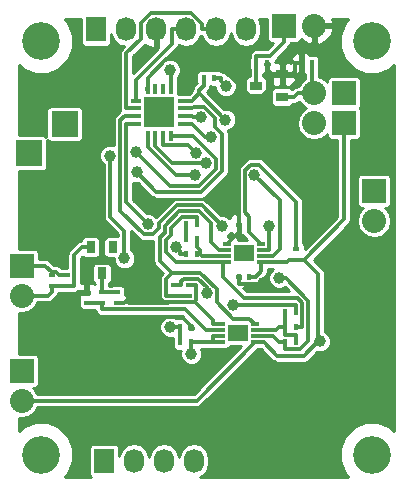
<source format=gbl>
%FSLAX34Y34*%
G04 Gerber Fmt 3.4, Leading zero omitted, Abs format*
G04 (created by PCBNEW (2014-04-07 BZR 4791)-product) date Tue 13 May 2014 05:19:37 PM CEST*
%MOIN*%
G01*
G70*
G90*
G04 APERTURE LIST*
%ADD10C,0.005906*%
%ADD11R,0.015700X0.023600*%
%ADD12R,0.023600X0.015700*%
%ADD13R,0.080000X0.080000*%
%ADD14O,0.080000X0.080000*%
%ADD15R,0.088000X0.088000*%
%ADD16R,0.068000X0.080000*%
%ADD17O,0.068000X0.080000*%
%ADD18C,0.126000*%
%ADD19R,0.035433X0.013780*%
%ADD20R,0.013780X0.035433*%
%ADD21R,0.098425X0.098425*%
%ADD22R,0.031500X0.039400*%
%ADD23R,0.029528X0.011811*%
%ADD24R,0.066929X0.055118*%
%ADD25R,0.039400X0.031500*%
%ADD26C,0.039370*%
%ADD27C,0.011811*%
%ADD28C,0.010000*%
G04 APERTURE END LIST*
G54D10*
G54D11*
X60088Y-34624D03*
X59734Y-34624D03*
G54D12*
X53500Y-34573D03*
X53500Y-34927D03*
G54D11*
X62177Y-27500D03*
X61823Y-27500D03*
G54D12*
X54000Y-34573D03*
X54000Y-34927D03*
G54D11*
X60323Y-27500D03*
X60677Y-27500D03*
G54D12*
X55673Y-35143D03*
X55673Y-35497D03*
G54D11*
X57787Y-36295D03*
X58141Y-36295D03*
G54D13*
X52500Y-34250D03*
G54D14*
X52500Y-35250D03*
G54D13*
X63250Y-29500D03*
G54D14*
X62250Y-29500D03*
G54D13*
X52500Y-37750D03*
G54D14*
X52500Y-38750D03*
G54D15*
X52750Y-30500D03*
G54D16*
X55250Y-40750D03*
G54D17*
X56250Y-40750D03*
X57250Y-40750D03*
X58250Y-40750D03*
G54D16*
X54980Y-26377D03*
G54D17*
X55980Y-26377D03*
X56980Y-26377D03*
X57980Y-26377D03*
X58980Y-26377D03*
X59980Y-26377D03*
G54D13*
X64250Y-31750D03*
G54D14*
X64250Y-32750D03*
G54D15*
X53937Y-29527D03*
G54D13*
X63250Y-28500D03*
G54D14*
X62250Y-28500D03*
G54D13*
X61250Y-26250D03*
G54D14*
X62250Y-26250D03*
G54D18*
X53149Y-26771D03*
X64173Y-40551D03*
X64173Y-26771D03*
X53149Y-40551D03*
G54D11*
X58927Y-28000D03*
X58573Y-28000D03*
G54D12*
X57576Y-34893D03*
X57576Y-35247D03*
X58076Y-35247D03*
X58076Y-34893D03*
X55173Y-35143D03*
X55173Y-35497D03*
X54673Y-35497D03*
X54673Y-35143D03*
G54D11*
X57787Y-36795D03*
X58141Y-36795D03*
X61287Y-36295D03*
X61641Y-36295D03*
X61287Y-35795D03*
X61641Y-35795D03*
X58338Y-33874D03*
X57984Y-33874D03*
X57984Y-33374D03*
X58338Y-33374D03*
X61287Y-36795D03*
X61641Y-36795D03*
X58338Y-32874D03*
X57984Y-32874D03*
G54D12*
X61661Y-34051D03*
X61661Y-33697D03*
G54D11*
X60088Y-32874D03*
X59734Y-32874D03*
G54D19*
X57874Y-29005D03*
X57874Y-29261D03*
X57874Y-28750D03*
X57874Y-29517D03*
G54D20*
X57214Y-29921D03*
X57470Y-29921D03*
X56958Y-29921D03*
X56702Y-29921D03*
G54D19*
X56299Y-29517D03*
X56299Y-29261D03*
X56299Y-29005D03*
X56299Y-28750D03*
G54D20*
X56702Y-28346D03*
X56958Y-28346D03*
X57214Y-28346D03*
X57470Y-28346D03*
G54D21*
X57086Y-29133D03*
G54D22*
X55173Y-34503D03*
X55548Y-33637D03*
X54798Y-33637D03*
G54D23*
X59143Y-36795D03*
X59143Y-36598D03*
X59143Y-36401D03*
X59143Y-36204D03*
X60285Y-36204D03*
X60285Y-36401D03*
X60285Y-36598D03*
X60285Y-36795D03*
G54D24*
X59714Y-36500D03*
G54D25*
X60317Y-28250D03*
X61183Y-28625D03*
X61183Y-27875D03*
G54D23*
X59340Y-34124D03*
X59340Y-33927D03*
X59340Y-33730D03*
X59340Y-33533D03*
X60482Y-33533D03*
X60482Y-33730D03*
X60482Y-33927D03*
X60482Y-34124D03*
G54D24*
X59911Y-33828D03*
G54D26*
X58668Y-35170D03*
X62438Y-36777D03*
X57442Y-27718D03*
X58644Y-30823D03*
X55927Y-34005D03*
X55459Y-30581D03*
X56332Y-31131D03*
X58281Y-31243D03*
X58468Y-29303D03*
X60261Y-31213D03*
X58820Y-29962D03*
X56325Y-30474D03*
X59288Y-29378D03*
X58303Y-30481D03*
X56721Y-32872D03*
X59180Y-32922D03*
X56263Y-35030D03*
X60555Y-34836D03*
X57639Y-33641D03*
X57440Y-36295D03*
X59302Y-28270D03*
X59557Y-35547D03*
X58159Y-37191D03*
X60760Y-32932D03*
X61079Y-34667D03*
G54D27*
X58330Y-38750D02*
X60285Y-36795D01*
X52500Y-38750D02*
X58330Y-38750D01*
X60285Y-36795D02*
X60563Y-36795D01*
X57576Y-34893D02*
X57824Y-34893D01*
X57824Y-34765D02*
X57824Y-34893D01*
X57904Y-34685D02*
X57824Y-34765D01*
X58389Y-34685D02*
X57904Y-34685D01*
X58668Y-34964D02*
X58389Y-34685D01*
X58668Y-35170D02*
X58668Y-34964D01*
X61661Y-34051D02*
X61413Y-34051D01*
X60088Y-34624D02*
X60296Y-34624D01*
X61340Y-34124D02*
X60482Y-34124D01*
X61413Y-34051D02*
X61340Y-34124D01*
X60482Y-34438D02*
X60296Y-34624D01*
X60482Y-34124D02*
X60482Y-34438D01*
X63250Y-32710D02*
X61909Y-34051D01*
X63250Y-29500D02*
X63250Y-32710D01*
X61661Y-34051D02*
X61909Y-34051D01*
X62387Y-34528D02*
X62387Y-36777D01*
X61909Y-34051D02*
X62387Y-34528D01*
X61020Y-37252D02*
X60563Y-36795D01*
X61912Y-37252D02*
X61020Y-37252D01*
X62387Y-36777D02*
X61912Y-37252D01*
X62387Y-36777D02*
X62438Y-36777D01*
X57470Y-27747D02*
X57442Y-27718D01*
X57470Y-28346D02*
X57470Y-27747D01*
X56958Y-29921D02*
X56958Y-30228D01*
X57510Y-30823D02*
X58644Y-30823D01*
X56958Y-30271D02*
X57510Y-30823D01*
X56958Y-30228D02*
X56958Y-30271D01*
X57874Y-29005D02*
X58181Y-29005D01*
X56987Y-31786D02*
X56332Y-31131D01*
X58483Y-31786D02*
X56987Y-31786D01*
X59175Y-31094D02*
X58483Y-31786D01*
X59175Y-29852D02*
X59175Y-31094D01*
X58961Y-29638D02*
X59175Y-29852D01*
X58961Y-29323D02*
X58961Y-29638D01*
X58587Y-28948D02*
X58961Y-29323D01*
X58238Y-28948D02*
X58587Y-28948D01*
X58181Y-29005D02*
X58238Y-28948D01*
X55927Y-33094D02*
X55927Y-34005D01*
X55459Y-32626D02*
X55927Y-33094D01*
X55459Y-30581D02*
X55459Y-32626D01*
X57659Y-31243D02*
X58281Y-31243D01*
X56702Y-30286D02*
X57659Y-31243D01*
X56702Y-29921D02*
X56702Y-30286D01*
X57874Y-29261D02*
X58181Y-29261D01*
X58222Y-29303D02*
X58468Y-29303D01*
X58181Y-29261D02*
X58222Y-29303D01*
X58510Y-26182D02*
X58510Y-26377D01*
X58158Y-25831D02*
X58510Y-26182D01*
X56800Y-25831D02*
X58158Y-25831D01*
X56480Y-26151D02*
X56800Y-25831D01*
X56480Y-26688D02*
X56480Y-26151D01*
X55992Y-27177D02*
X56480Y-26688D01*
X55992Y-29005D02*
X55992Y-27177D01*
X56299Y-29005D02*
X55992Y-29005D01*
X58980Y-26377D02*
X58510Y-26377D01*
X57510Y-26847D02*
X57510Y-26377D01*
X56299Y-28059D02*
X57510Y-26847D01*
X56299Y-28750D02*
X56299Y-28059D01*
X57980Y-26377D02*
X57510Y-26377D01*
X61114Y-32066D02*
X60261Y-31213D01*
X61114Y-33679D02*
X61114Y-32066D01*
X60867Y-33927D02*
X61114Y-33679D01*
X60482Y-33927D02*
X60867Y-33927D01*
X57874Y-29517D02*
X58181Y-29517D01*
X58626Y-29962D02*
X58820Y-29962D01*
X58181Y-29517D02*
X58626Y-29962D01*
X57440Y-31589D02*
X56325Y-30474D01*
X58405Y-31589D02*
X57440Y-31589D01*
X58977Y-31017D02*
X58405Y-31589D01*
X58977Y-30681D02*
X58977Y-31017D01*
X58217Y-29921D02*
X58977Y-30681D01*
X57470Y-29921D02*
X58217Y-29921D01*
X57874Y-28750D02*
X58181Y-28750D01*
X58181Y-28750D02*
X58420Y-28510D01*
X58420Y-28400D02*
X58572Y-28248D01*
X58420Y-28510D02*
X58420Y-28400D01*
X58572Y-28000D02*
X58572Y-28248D01*
X59288Y-29378D02*
X58420Y-28510D01*
X57214Y-29921D02*
X57214Y-30228D01*
X58050Y-30228D02*
X58303Y-30481D01*
X57214Y-30228D02*
X58050Y-30228D01*
X55992Y-32142D02*
X55992Y-29517D01*
X55992Y-32142D02*
X55992Y-32142D01*
X56721Y-32872D02*
X55992Y-32142D01*
X56299Y-29517D02*
X55992Y-29517D01*
X58499Y-32240D02*
X59180Y-32922D01*
X57684Y-32240D02*
X58499Y-32240D01*
X57090Y-32834D02*
X57684Y-32240D01*
X57090Y-32980D02*
X57090Y-32834D01*
X56868Y-33202D02*
X57090Y-32980D01*
X56577Y-33202D02*
X56868Y-33202D01*
X55794Y-32419D02*
X56577Y-33202D01*
X55794Y-29405D02*
X55794Y-32419D01*
X55938Y-29261D02*
X55794Y-29405D01*
X56299Y-29261D02*
X55938Y-29261D01*
X59340Y-33515D02*
X59340Y-33533D01*
X59734Y-33122D02*
X59340Y-33515D01*
X56702Y-28346D02*
X56702Y-28039D01*
X60728Y-27748D02*
X60677Y-27748D01*
X60855Y-27875D02*
X60728Y-27748D01*
X61182Y-27875D02*
X60855Y-27875D01*
X60677Y-27500D02*
X60677Y-27748D01*
X59734Y-32998D02*
X59734Y-33122D01*
X60855Y-28253D02*
X60855Y-27875D01*
X60306Y-28802D02*
X60855Y-28253D01*
X59734Y-32998D02*
X59734Y-32874D01*
X59734Y-29374D02*
X60306Y-28802D01*
X59734Y-32874D02*
X59734Y-29374D01*
X58141Y-36266D02*
X58141Y-36295D01*
X57833Y-35958D02*
X58141Y-36266D01*
X54750Y-35958D02*
X57833Y-35958D01*
X54425Y-35633D02*
X54750Y-35958D01*
X54425Y-35143D02*
X54425Y-35633D01*
X61182Y-27875D02*
X61510Y-27875D01*
X61614Y-27770D02*
X61510Y-27875D01*
X61614Y-27500D02*
X61614Y-27770D01*
X61822Y-27500D02*
X61614Y-27500D01*
X55673Y-35497D02*
X55921Y-35497D01*
X54673Y-35143D02*
X54425Y-35143D01*
X54673Y-34452D02*
X54673Y-35143D01*
X54949Y-34176D02*
X54673Y-34452D01*
X55410Y-34176D02*
X54949Y-34176D01*
X56263Y-35030D02*
X55410Y-34176D01*
X58875Y-27372D02*
X60306Y-28802D01*
X57326Y-27372D02*
X58875Y-27372D01*
X56702Y-27995D02*
X57326Y-27372D01*
X56702Y-28039D02*
X56702Y-27995D01*
X58076Y-34893D02*
X58324Y-34893D01*
X55921Y-35497D02*
X56263Y-35155D01*
X56263Y-35155D02*
X56263Y-35030D01*
X59143Y-36204D02*
X58866Y-36204D01*
X58866Y-36051D02*
X58270Y-35456D01*
X58866Y-36204D02*
X58866Y-36051D01*
X56564Y-35456D02*
X58270Y-35456D01*
X56263Y-35155D02*
X56564Y-35456D01*
X58324Y-35402D02*
X58324Y-34893D01*
X58270Y-35456D02*
X58324Y-35402D01*
X61822Y-27207D02*
X61822Y-27500D01*
X62250Y-26780D02*
X61822Y-27207D01*
X62250Y-26250D02*
X62250Y-26780D01*
X60519Y-34872D02*
X60555Y-34836D01*
X59734Y-34872D02*
X60519Y-34872D01*
X59734Y-34624D02*
X59734Y-34872D01*
X53500Y-34572D02*
X53500Y-34468D01*
X53647Y-34468D02*
X53751Y-34572D01*
X53500Y-34468D02*
X53647Y-34468D01*
X54000Y-34572D02*
X53751Y-34572D01*
X53281Y-34250D02*
X53500Y-34468D01*
X52500Y-34250D02*
X53281Y-34250D01*
X53500Y-34927D02*
X53748Y-34927D01*
X53385Y-35250D02*
X53500Y-35135D01*
X52500Y-35250D02*
X53385Y-35250D01*
X53500Y-34927D02*
X53500Y-35135D01*
X53748Y-34927D02*
X54000Y-34927D01*
X54248Y-33900D02*
X54510Y-33637D01*
X54248Y-34927D02*
X54248Y-33900D01*
X54000Y-34927D02*
X54248Y-34927D01*
X54798Y-33637D02*
X54510Y-33637D01*
X61594Y-28625D02*
X61719Y-28500D01*
X61182Y-28625D02*
X61594Y-28625D01*
X62250Y-28500D02*
X62093Y-28500D01*
X62093Y-28500D02*
X61719Y-28500D01*
X62177Y-28416D02*
X62177Y-27500D01*
X62093Y-28500D02*
X62177Y-28416D01*
X60317Y-28250D02*
X60317Y-27962D01*
X60322Y-27956D02*
X60322Y-27500D01*
X60317Y-27962D02*
X60322Y-27956D01*
X60778Y-27251D02*
X61250Y-26780D01*
X60322Y-27251D02*
X60778Y-27251D01*
X61250Y-26250D02*
X61250Y-26780D01*
X60322Y-27500D02*
X60322Y-27251D01*
X55173Y-34503D02*
X55173Y-35143D01*
X55173Y-35143D02*
X55673Y-35143D01*
X57787Y-36795D02*
X57787Y-36295D01*
X57775Y-33777D02*
X57639Y-33641D01*
X57775Y-33874D02*
X57775Y-33777D01*
X57984Y-33874D02*
X57775Y-33874D01*
X57787Y-36295D02*
X57579Y-36295D01*
X57579Y-36295D02*
X57440Y-36295D01*
X59135Y-28103D02*
X59302Y-28270D01*
X59135Y-28000D02*
X59135Y-28103D01*
X58927Y-28000D02*
X59135Y-28000D01*
X58076Y-35247D02*
X57828Y-35247D01*
X57576Y-35247D02*
X57828Y-35247D01*
X59340Y-33730D02*
X59062Y-33730D01*
X57576Y-35247D02*
X57328Y-35247D01*
X58461Y-34490D02*
X57517Y-34490D01*
X58995Y-35023D02*
X58461Y-34490D01*
X58995Y-35447D02*
X58995Y-35023D01*
X59559Y-36011D02*
X58995Y-35447D01*
X60092Y-36011D02*
X59559Y-36011D01*
X60285Y-36204D02*
X60092Y-36011D01*
X57328Y-34679D02*
X57328Y-35247D01*
X57517Y-34490D02*
X57328Y-34679D01*
X58797Y-33465D02*
X59062Y-33730D01*
X58797Y-32814D02*
X58797Y-33465D01*
X58417Y-32434D02*
X58797Y-32814D01*
X57761Y-32434D02*
X58417Y-32434D01*
X57279Y-32916D02*
X57761Y-32434D01*
X57279Y-33146D02*
X57279Y-32916D01*
X57118Y-33307D02*
X57279Y-33146D01*
X57118Y-34090D02*
X57118Y-33307D01*
X57517Y-34490D02*
X57118Y-34090D01*
X55173Y-35497D02*
X54925Y-35497D01*
X54673Y-35497D02*
X54925Y-35497D01*
X55173Y-35497D02*
X55173Y-35706D01*
X58629Y-36401D02*
X59143Y-36401D01*
X57934Y-35706D02*
X58629Y-36401D01*
X55173Y-35706D02*
X57934Y-35706D01*
X58866Y-36598D02*
X58866Y-36795D01*
X59143Y-36598D02*
X58866Y-36598D01*
X59143Y-36795D02*
X58866Y-36795D01*
X58866Y-36795D02*
X58141Y-36795D01*
X58141Y-37174D02*
X58159Y-37191D01*
X58141Y-36795D02*
X58141Y-37174D01*
X61641Y-35795D02*
X61641Y-35547D01*
X61641Y-35547D02*
X59557Y-35547D01*
X61287Y-35795D02*
X61287Y-36047D01*
X61287Y-36171D02*
X61287Y-36047D01*
X61287Y-36171D02*
X61287Y-36295D01*
X60972Y-36401D02*
X61079Y-36295D01*
X60285Y-36401D02*
X60972Y-36401D01*
X61287Y-36295D02*
X61079Y-36295D01*
X61291Y-36547D02*
X61287Y-36543D01*
X61641Y-36547D02*
X61291Y-36547D01*
X61641Y-36795D02*
X61641Y-36547D01*
X61287Y-36295D02*
X61287Y-36543D01*
X59340Y-34124D02*
X59201Y-34124D01*
X61641Y-36295D02*
X61850Y-36295D01*
X58338Y-32874D02*
X58338Y-32625D01*
X57845Y-32625D02*
X58338Y-32625D01*
X57468Y-33003D02*
X57845Y-32625D01*
X57468Y-33224D02*
X57468Y-33003D01*
X57307Y-33385D02*
X57468Y-33224D01*
X57307Y-33794D02*
X57307Y-33385D01*
X57637Y-34124D02*
X57307Y-33794D01*
X59201Y-34124D02*
X57637Y-34124D01*
X61850Y-35486D02*
X61850Y-36295D01*
X61695Y-35332D02*
X61850Y-35486D01*
X59922Y-35332D02*
X61695Y-35332D01*
X59201Y-34611D02*
X59922Y-35332D01*
X59201Y-34124D02*
X59201Y-34611D01*
X58338Y-33874D02*
X58442Y-33874D01*
X58338Y-33374D02*
X58338Y-33622D01*
X58442Y-33726D02*
X58338Y-33622D01*
X58442Y-33874D02*
X58442Y-33726D01*
X58495Y-33927D02*
X58442Y-33874D01*
X59340Y-33927D02*
X58495Y-33927D01*
X57984Y-33374D02*
X57984Y-32874D01*
X60882Y-36598D02*
X60285Y-36598D01*
X61079Y-36795D02*
X60882Y-36598D01*
X61287Y-36795D02*
X61079Y-36795D01*
X60482Y-33730D02*
X60759Y-33730D01*
X61287Y-36795D02*
X61287Y-37043D01*
X60759Y-32932D02*
X60760Y-32932D01*
X60759Y-33730D02*
X60759Y-32932D01*
X61781Y-37043D02*
X61287Y-37043D01*
X62059Y-36765D02*
X61781Y-37043D01*
X62059Y-35420D02*
X62059Y-36765D01*
X61306Y-34667D02*
X62059Y-35420D01*
X61079Y-34667D02*
X61306Y-34667D01*
X60088Y-33139D02*
X60088Y-32874D01*
X60482Y-33533D02*
X60088Y-33139D01*
X61661Y-33697D02*
X61661Y-33488D01*
X60088Y-32874D02*
X60088Y-32625D01*
X59934Y-32472D02*
X60088Y-32625D01*
X59934Y-31077D02*
X59934Y-32472D01*
X60131Y-30880D02*
X59934Y-31077D01*
X60403Y-30880D02*
X60131Y-30880D01*
X61661Y-32138D02*
X60403Y-30880D01*
X61661Y-33488D02*
X61661Y-32138D01*
G54D10*
G36*
X56721Y-28404D02*
X56668Y-28404D01*
X56668Y-28396D01*
X56644Y-28396D01*
X56644Y-28296D01*
X56668Y-28296D01*
X56668Y-28288D01*
X56721Y-28288D01*
X56721Y-28404D01*
X56721Y-28404D01*
G37*
G54D28*
X56721Y-28404D02*
X56668Y-28404D01*
X56668Y-28396D01*
X56644Y-28396D01*
X56644Y-28296D01*
X56668Y-28296D01*
X56668Y-28288D01*
X56721Y-28288D01*
X56721Y-28404D01*
G54D10*
G36*
X57058Y-26978D02*
X56219Y-27817D01*
X56219Y-27271D01*
X56604Y-26886D01*
X56625Y-26909D01*
X56832Y-27009D01*
X56838Y-27010D01*
X56930Y-26963D01*
X56930Y-26427D01*
X56922Y-26427D01*
X56922Y-26327D01*
X56930Y-26327D01*
X56930Y-26320D01*
X57030Y-26320D01*
X57030Y-26327D01*
X57038Y-26327D01*
X57038Y-26427D01*
X57030Y-26427D01*
X57030Y-26963D01*
X57058Y-26978D01*
X57058Y-26978D01*
G37*
G54D28*
X57058Y-26978D02*
X56219Y-27817D01*
X56219Y-27271D01*
X56604Y-26886D01*
X56625Y-26909D01*
X56832Y-27009D01*
X56838Y-27010D01*
X56930Y-26963D01*
X56930Y-26427D01*
X56922Y-26427D01*
X56922Y-26327D01*
X56930Y-26327D01*
X56930Y-26320D01*
X57030Y-26320D01*
X57030Y-26327D01*
X57038Y-26327D01*
X57038Y-26427D01*
X57030Y-26427D01*
X57030Y-26963D01*
X57058Y-26978D01*
G54D10*
G36*
X57896Y-35990D02*
X57877Y-36009D01*
X57832Y-36009D01*
X57675Y-36009D01*
X57671Y-36010D01*
X57647Y-35986D01*
X57520Y-35933D01*
X57840Y-35933D01*
X57896Y-35990D01*
X57896Y-35990D01*
G37*
G54D28*
X57896Y-35990D02*
X57877Y-36009D01*
X57832Y-36009D01*
X57675Y-36009D01*
X57671Y-36010D01*
X57647Y-35986D01*
X57520Y-35933D01*
X57840Y-35933D01*
X57896Y-35990D01*
G54D10*
G36*
X58199Y-36345D02*
X58180Y-36345D01*
X58180Y-36353D01*
X58102Y-36353D01*
X58102Y-36345D01*
X58083Y-36345D01*
X58083Y-36245D01*
X58102Y-36245D01*
X58102Y-36237D01*
X58144Y-36237D01*
X58199Y-36292D01*
X58199Y-36345D01*
X58199Y-36345D01*
G37*
G54D28*
X58199Y-36345D02*
X58180Y-36345D01*
X58180Y-36353D01*
X58102Y-36353D01*
X58102Y-36345D01*
X58083Y-36345D01*
X58083Y-36245D01*
X58102Y-36245D01*
X58102Y-36237D01*
X58144Y-36237D01*
X58199Y-36292D01*
X58199Y-36345D01*
G54D10*
G36*
X59792Y-34674D02*
X59773Y-34674D01*
X59773Y-34681D01*
X59695Y-34681D01*
X59695Y-34674D01*
X59676Y-34674D01*
X59676Y-34574D01*
X59695Y-34574D01*
X59695Y-34566D01*
X59773Y-34566D01*
X59773Y-34574D01*
X59792Y-34574D01*
X59792Y-34674D01*
X59792Y-34674D01*
G37*
G54D28*
X59792Y-34674D02*
X59773Y-34674D01*
X59773Y-34681D01*
X59695Y-34681D01*
X59695Y-34674D01*
X59676Y-34674D01*
X59676Y-34574D01*
X59695Y-34574D01*
X59695Y-34566D01*
X59773Y-34566D01*
X59773Y-34574D01*
X59792Y-34574D01*
X59792Y-34674D01*
G54D10*
G36*
X59815Y-36943D02*
X58236Y-38522D01*
X53025Y-38522D01*
X53024Y-38521D01*
X52901Y-38337D01*
X52873Y-38318D01*
X52933Y-38318D01*
X52995Y-38292D01*
X53042Y-38245D01*
X53068Y-38183D01*
X53068Y-38116D01*
X53068Y-37316D01*
X53042Y-37254D01*
X52995Y-37207D01*
X52933Y-37181D01*
X52866Y-37181D01*
X52412Y-37181D01*
X52412Y-35811D01*
X52500Y-35829D01*
X52717Y-35785D01*
X52901Y-35662D01*
X53024Y-35478D01*
X53025Y-35477D01*
X53385Y-35477D01*
X53385Y-35477D01*
X53385Y-35477D01*
X53472Y-35459D01*
X53546Y-35410D01*
X53660Y-35296D01*
X53709Y-35222D01*
X53723Y-35154D01*
X53723Y-35154D01*
X53748Y-35154D01*
X53801Y-35154D01*
X53848Y-35173D01*
X53915Y-35173D01*
X54151Y-35173D01*
X54198Y-35154D01*
X54248Y-35154D01*
X54334Y-35136D01*
X54383Y-35104D01*
X54623Y-35104D01*
X54623Y-34877D01*
X54560Y-34815D01*
X54505Y-34815D01*
X54475Y-34827D01*
X54475Y-33994D01*
X54518Y-33950D01*
X54545Y-33977D01*
X54607Y-34002D01*
X54674Y-34002D01*
X54989Y-34002D01*
X55050Y-33977D01*
X55098Y-33930D01*
X55123Y-33868D01*
X55123Y-33801D01*
X55123Y-33407D01*
X55098Y-33345D01*
X55050Y-33298D01*
X54989Y-33272D01*
X54922Y-33272D01*
X54607Y-33272D01*
X54545Y-33298D01*
X54498Y-33345D01*
X54472Y-33407D01*
X54472Y-33418D01*
X54423Y-33428D01*
X54350Y-33477D01*
X54350Y-33477D01*
X54087Y-33739D01*
X54038Y-33813D01*
X54020Y-33900D01*
X54020Y-33900D01*
X54020Y-34326D01*
X53848Y-34326D01*
X53833Y-34332D01*
X53808Y-34308D01*
X53734Y-34258D01*
X53647Y-34241D01*
X53647Y-34241D01*
X53594Y-34241D01*
X53441Y-34089D01*
X53368Y-34040D01*
X53281Y-34022D01*
X53281Y-34022D01*
X53068Y-34022D01*
X53068Y-33816D01*
X53042Y-33754D01*
X52995Y-33707D01*
X52933Y-33681D01*
X52866Y-33681D01*
X52412Y-33681D01*
X52412Y-31108D01*
X53223Y-31108D01*
X53285Y-31082D01*
X53332Y-31035D01*
X53358Y-30973D01*
X53358Y-30906D01*
X53358Y-30066D01*
X53401Y-30110D01*
X53463Y-30135D01*
X53530Y-30135D01*
X54410Y-30135D01*
X54472Y-30110D01*
X54519Y-30062D01*
X54545Y-30000D01*
X54545Y-29934D01*
X54545Y-29054D01*
X54519Y-28992D01*
X54472Y-28945D01*
X54410Y-28919D01*
X54343Y-28919D01*
X53463Y-28919D01*
X53401Y-28945D01*
X53354Y-28992D01*
X53328Y-29054D01*
X53328Y-29120D01*
X53328Y-29961D01*
X53285Y-29917D01*
X53223Y-29891D01*
X53156Y-29891D01*
X52412Y-29891D01*
X52412Y-27553D01*
X52540Y-27681D01*
X52935Y-27845D01*
X53362Y-27845D01*
X53757Y-27682D01*
X54059Y-27380D01*
X54223Y-26986D01*
X54223Y-26558D01*
X54060Y-26164D01*
X53931Y-26034D01*
X54472Y-26034D01*
X54472Y-26811D01*
X54497Y-26873D01*
X54545Y-26920D01*
X54606Y-26946D01*
X54673Y-26946D01*
X55353Y-26946D01*
X55415Y-26920D01*
X55462Y-26873D01*
X55488Y-26811D01*
X55488Y-26744D01*
X55488Y-26530D01*
X55510Y-26643D01*
X55621Y-26808D01*
X55785Y-26918D01*
X55905Y-26942D01*
X55831Y-27016D01*
X55782Y-27090D01*
X55764Y-27177D01*
X55764Y-27177D01*
X55764Y-29005D01*
X55782Y-29092D01*
X55784Y-29096D01*
X55777Y-29101D01*
X55634Y-29244D01*
X55584Y-29318D01*
X55567Y-29405D01*
X55567Y-29405D01*
X55567Y-30231D01*
X55532Y-30216D01*
X55387Y-30216D01*
X55253Y-30271D01*
X55150Y-30374D01*
X55094Y-30508D01*
X55094Y-30653D01*
X55149Y-30787D01*
X55232Y-30870D01*
X55232Y-32626D01*
X55232Y-32626D01*
X55249Y-32713D01*
X55298Y-32787D01*
X55700Y-33188D01*
X55700Y-33272D01*
X55672Y-33272D01*
X55357Y-33272D01*
X55295Y-33298D01*
X55248Y-33345D01*
X55222Y-33407D01*
X55222Y-33474D01*
X55222Y-33868D01*
X55248Y-33930D01*
X55295Y-33977D01*
X55357Y-34002D01*
X55424Y-34002D01*
X55562Y-34002D01*
X55562Y-34077D01*
X55618Y-34211D01*
X55720Y-34314D01*
X55854Y-34370D01*
X55999Y-34370D01*
X56134Y-34314D01*
X56236Y-34212D01*
X56292Y-34078D01*
X56292Y-33933D01*
X56237Y-33798D01*
X56154Y-33716D01*
X56154Y-33101D01*
X56416Y-33363D01*
X56416Y-33363D01*
X56461Y-33392D01*
X56490Y-33412D01*
X56490Y-33412D01*
X56577Y-33429D01*
X56868Y-33429D01*
X56868Y-33429D01*
X56868Y-33429D01*
X56891Y-33425D01*
X56891Y-34090D01*
X56891Y-34090D01*
X56908Y-34177D01*
X56957Y-34251D01*
X57196Y-34490D01*
X57168Y-34518D01*
X57118Y-34592D01*
X57101Y-34679D01*
X57101Y-34679D01*
X57101Y-35247D01*
X57118Y-35334D01*
X57168Y-35408D01*
X57241Y-35457D01*
X57328Y-35475D01*
X57378Y-35475D01*
X57388Y-35479D01*
X56041Y-35479D01*
X56041Y-35447D01*
X55989Y-35447D01*
X56041Y-35396D01*
X56041Y-35369D01*
X56003Y-35277D01*
X55959Y-35233D01*
X55959Y-35188D01*
X55959Y-35031D01*
X55933Y-34970D01*
X55886Y-34922D01*
X55824Y-34897D01*
X55757Y-34897D01*
X55521Y-34897D01*
X55474Y-34916D01*
X55400Y-34916D01*
X55400Y-34853D01*
X55425Y-34843D01*
X55473Y-34796D01*
X55498Y-34734D01*
X55498Y-34667D01*
X55498Y-34273D01*
X55473Y-34211D01*
X55425Y-34164D01*
X55364Y-34138D01*
X55297Y-34138D01*
X54982Y-34138D01*
X54920Y-34164D01*
X54873Y-34211D01*
X54847Y-34273D01*
X54847Y-34340D01*
X54847Y-34734D01*
X54873Y-34796D01*
X54920Y-34843D01*
X54946Y-34853D01*
X54946Y-34866D01*
X54932Y-34853D01*
X54840Y-34815D01*
X54785Y-34815D01*
X54723Y-34877D01*
X54723Y-35104D01*
X54731Y-35104D01*
X54731Y-35183D01*
X54723Y-35183D01*
X54723Y-35201D01*
X54623Y-35201D01*
X54623Y-35183D01*
X54367Y-35183D01*
X54305Y-35245D01*
X54305Y-35272D01*
X54343Y-35363D01*
X54387Y-35407D01*
X54387Y-35452D01*
X54387Y-35609D01*
X54412Y-35671D01*
X54460Y-35718D01*
X54521Y-35744D01*
X54588Y-35744D01*
X54824Y-35744D01*
X54871Y-35725D01*
X54925Y-35725D01*
X54949Y-35725D01*
X54963Y-35793D01*
X55012Y-35867D01*
X55086Y-35916D01*
X55173Y-35933D01*
X57359Y-35933D01*
X57233Y-35985D01*
X57131Y-36088D01*
X57075Y-36222D01*
X57075Y-36367D01*
X57130Y-36501D01*
X57233Y-36604D01*
X57367Y-36660D01*
X57512Y-36660D01*
X57540Y-36648D01*
X57540Y-36710D01*
X57540Y-36946D01*
X57566Y-37008D01*
X57613Y-37055D01*
X57675Y-37081D01*
X57742Y-37081D01*
X57809Y-37081D01*
X57794Y-37118D01*
X57794Y-37264D01*
X57849Y-37398D01*
X57952Y-37500D01*
X58086Y-37556D01*
X58231Y-37556D01*
X58365Y-37501D01*
X58468Y-37398D01*
X58524Y-37264D01*
X58524Y-37119D01*
X58484Y-37022D01*
X58866Y-37022D01*
X58962Y-37022D01*
X59029Y-37022D01*
X59143Y-37022D01*
X59324Y-37022D01*
X59386Y-36996D01*
X59433Y-36949D01*
X59436Y-36943D01*
X59815Y-36943D01*
X59815Y-36943D01*
G37*
G54D28*
X59815Y-36943D02*
X58236Y-38522D01*
X53025Y-38522D01*
X53024Y-38521D01*
X52901Y-38337D01*
X52873Y-38318D01*
X52933Y-38318D01*
X52995Y-38292D01*
X53042Y-38245D01*
X53068Y-38183D01*
X53068Y-38116D01*
X53068Y-37316D01*
X53042Y-37254D01*
X52995Y-37207D01*
X52933Y-37181D01*
X52866Y-37181D01*
X52412Y-37181D01*
X52412Y-35811D01*
X52500Y-35829D01*
X52717Y-35785D01*
X52901Y-35662D01*
X53024Y-35478D01*
X53025Y-35477D01*
X53385Y-35477D01*
X53385Y-35477D01*
X53385Y-35477D01*
X53472Y-35459D01*
X53546Y-35410D01*
X53660Y-35296D01*
X53709Y-35222D01*
X53723Y-35154D01*
X53723Y-35154D01*
X53748Y-35154D01*
X53801Y-35154D01*
X53848Y-35173D01*
X53915Y-35173D01*
X54151Y-35173D01*
X54198Y-35154D01*
X54248Y-35154D01*
X54334Y-35136D01*
X54383Y-35104D01*
X54623Y-35104D01*
X54623Y-34877D01*
X54560Y-34815D01*
X54505Y-34815D01*
X54475Y-34827D01*
X54475Y-33994D01*
X54518Y-33950D01*
X54545Y-33977D01*
X54607Y-34002D01*
X54674Y-34002D01*
X54989Y-34002D01*
X55050Y-33977D01*
X55098Y-33930D01*
X55123Y-33868D01*
X55123Y-33801D01*
X55123Y-33407D01*
X55098Y-33345D01*
X55050Y-33298D01*
X54989Y-33272D01*
X54922Y-33272D01*
X54607Y-33272D01*
X54545Y-33298D01*
X54498Y-33345D01*
X54472Y-33407D01*
X54472Y-33418D01*
X54423Y-33428D01*
X54350Y-33477D01*
X54350Y-33477D01*
X54087Y-33739D01*
X54038Y-33813D01*
X54020Y-33900D01*
X54020Y-33900D01*
X54020Y-34326D01*
X53848Y-34326D01*
X53833Y-34332D01*
X53808Y-34308D01*
X53734Y-34258D01*
X53647Y-34241D01*
X53647Y-34241D01*
X53594Y-34241D01*
X53441Y-34089D01*
X53368Y-34040D01*
X53281Y-34022D01*
X53281Y-34022D01*
X53068Y-34022D01*
X53068Y-33816D01*
X53042Y-33754D01*
X52995Y-33707D01*
X52933Y-33681D01*
X52866Y-33681D01*
X52412Y-33681D01*
X52412Y-31108D01*
X53223Y-31108D01*
X53285Y-31082D01*
X53332Y-31035D01*
X53358Y-30973D01*
X53358Y-30906D01*
X53358Y-30066D01*
X53401Y-30110D01*
X53463Y-30135D01*
X53530Y-30135D01*
X54410Y-30135D01*
X54472Y-30110D01*
X54519Y-30062D01*
X54545Y-30000D01*
X54545Y-29934D01*
X54545Y-29054D01*
X54519Y-28992D01*
X54472Y-28945D01*
X54410Y-28919D01*
X54343Y-28919D01*
X53463Y-28919D01*
X53401Y-28945D01*
X53354Y-28992D01*
X53328Y-29054D01*
X53328Y-29120D01*
X53328Y-29961D01*
X53285Y-29917D01*
X53223Y-29891D01*
X53156Y-29891D01*
X52412Y-29891D01*
X52412Y-27553D01*
X52540Y-27681D01*
X52935Y-27845D01*
X53362Y-27845D01*
X53757Y-27682D01*
X54059Y-27380D01*
X54223Y-26986D01*
X54223Y-26558D01*
X54060Y-26164D01*
X53931Y-26034D01*
X54472Y-26034D01*
X54472Y-26811D01*
X54497Y-26873D01*
X54545Y-26920D01*
X54606Y-26946D01*
X54673Y-26946D01*
X55353Y-26946D01*
X55415Y-26920D01*
X55462Y-26873D01*
X55488Y-26811D01*
X55488Y-26744D01*
X55488Y-26530D01*
X55510Y-26643D01*
X55621Y-26808D01*
X55785Y-26918D01*
X55905Y-26942D01*
X55831Y-27016D01*
X55782Y-27090D01*
X55764Y-27177D01*
X55764Y-27177D01*
X55764Y-29005D01*
X55782Y-29092D01*
X55784Y-29096D01*
X55777Y-29101D01*
X55634Y-29244D01*
X55584Y-29318D01*
X55567Y-29405D01*
X55567Y-29405D01*
X55567Y-30231D01*
X55532Y-30216D01*
X55387Y-30216D01*
X55253Y-30271D01*
X55150Y-30374D01*
X55094Y-30508D01*
X55094Y-30653D01*
X55149Y-30787D01*
X55232Y-30870D01*
X55232Y-32626D01*
X55232Y-32626D01*
X55249Y-32713D01*
X55298Y-32787D01*
X55700Y-33188D01*
X55700Y-33272D01*
X55672Y-33272D01*
X55357Y-33272D01*
X55295Y-33298D01*
X55248Y-33345D01*
X55222Y-33407D01*
X55222Y-33474D01*
X55222Y-33868D01*
X55248Y-33930D01*
X55295Y-33977D01*
X55357Y-34002D01*
X55424Y-34002D01*
X55562Y-34002D01*
X55562Y-34077D01*
X55618Y-34211D01*
X55720Y-34314D01*
X55854Y-34370D01*
X55999Y-34370D01*
X56134Y-34314D01*
X56236Y-34212D01*
X56292Y-34078D01*
X56292Y-33933D01*
X56237Y-33798D01*
X56154Y-33716D01*
X56154Y-33101D01*
X56416Y-33363D01*
X56416Y-33363D01*
X56461Y-33392D01*
X56490Y-33412D01*
X56490Y-33412D01*
X56577Y-33429D01*
X56868Y-33429D01*
X56868Y-33429D01*
X56868Y-33429D01*
X56891Y-33425D01*
X56891Y-34090D01*
X56891Y-34090D01*
X56908Y-34177D01*
X56957Y-34251D01*
X57196Y-34490D01*
X57168Y-34518D01*
X57118Y-34592D01*
X57101Y-34679D01*
X57101Y-34679D01*
X57101Y-35247D01*
X57118Y-35334D01*
X57168Y-35408D01*
X57241Y-35457D01*
X57328Y-35475D01*
X57378Y-35475D01*
X57388Y-35479D01*
X56041Y-35479D01*
X56041Y-35447D01*
X55989Y-35447D01*
X56041Y-35396D01*
X56041Y-35369D01*
X56003Y-35277D01*
X55959Y-35233D01*
X55959Y-35188D01*
X55959Y-35031D01*
X55933Y-34970D01*
X55886Y-34922D01*
X55824Y-34897D01*
X55757Y-34897D01*
X55521Y-34897D01*
X55474Y-34916D01*
X55400Y-34916D01*
X55400Y-34853D01*
X55425Y-34843D01*
X55473Y-34796D01*
X55498Y-34734D01*
X55498Y-34667D01*
X55498Y-34273D01*
X55473Y-34211D01*
X55425Y-34164D01*
X55364Y-34138D01*
X55297Y-34138D01*
X54982Y-34138D01*
X54920Y-34164D01*
X54873Y-34211D01*
X54847Y-34273D01*
X54847Y-34340D01*
X54847Y-34734D01*
X54873Y-34796D01*
X54920Y-34843D01*
X54946Y-34853D01*
X54946Y-34866D01*
X54932Y-34853D01*
X54840Y-34815D01*
X54785Y-34815D01*
X54723Y-34877D01*
X54723Y-35104D01*
X54731Y-35104D01*
X54731Y-35183D01*
X54723Y-35183D01*
X54723Y-35201D01*
X54623Y-35201D01*
X54623Y-35183D01*
X54367Y-35183D01*
X54305Y-35245D01*
X54305Y-35272D01*
X54343Y-35363D01*
X54387Y-35407D01*
X54387Y-35452D01*
X54387Y-35609D01*
X54412Y-35671D01*
X54460Y-35718D01*
X54521Y-35744D01*
X54588Y-35744D01*
X54824Y-35744D01*
X54871Y-35725D01*
X54925Y-35725D01*
X54949Y-35725D01*
X54963Y-35793D01*
X55012Y-35867D01*
X55086Y-35916D01*
X55173Y-35933D01*
X57359Y-35933D01*
X57233Y-35985D01*
X57131Y-36088D01*
X57075Y-36222D01*
X57075Y-36367D01*
X57130Y-36501D01*
X57233Y-36604D01*
X57367Y-36660D01*
X57512Y-36660D01*
X57540Y-36648D01*
X57540Y-36710D01*
X57540Y-36946D01*
X57566Y-37008D01*
X57613Y-37055D01*
X57675Y-37081D01*
X57742Y-37081D01*
X57809Y-37081D01*
X57794Y-37118D01*
X57794Y-37264D01*
X57849Y-37398D01*
X57952Y-37500D01*
X58086Y-37556D01*
X58231Y-37556D01*
X58365Y-37501D01*
X58468Y-37398D01*
X58524Y-37264D01*
X58524Y-37119D01*
X58484Y-37022D01*
X58866Y-37022D01*
X58962Y-37022D01*
X59029Y-37022D01*
X59143Y-37022D01*
X59324Y-37022D01*
X59386Y-36996D01*
X59433Y-36949D01*
X59436Y-36943D01*
X59815Y-36943D01*
G54D10*
G36*
X60012Y-33385D02*
X59721Y-33385D01*
X59700Y-33332D01*
X59629Y-33262D01*
X59537Y-33224D01*
X59453Y-33224D01*
X59390Y-33286D01*
X59390Y-33228D01*
X59464Y-33154D01*
X59514Y-33203D01*
X59606Y-33242D01*
X59632Y-33242D01*
X59695Y-33179D01*
X59695Y-32924D01*
X59676Y-32924D01*
X59676Y-32824D01*
X59695Y-32824D01*
X59695Y-32816D01*
X59773Y-32816D01*
X59773Y-32824D01*
X59792Y-32824D01*
X59792Y-32924D01*
X59773Y-32924D01*
X59773Y-33179D01*
X59836Y-33242D01*
X59862Y-33242D01*
X59883Y-33233D01*
X59927Y-33300D01*
X60012Y-33385D01*
X60012Y-33385D01*
G37*
G54D28*
X60012Y-33385D02*
X59721Y-33385D01*
X59700Y-33332D01*
X59629Y-33262D01*
X59537Y-33224D01*
X59453Y-33224D01*
X59390Y-33286D01*
X59390Y-33228D01*
X59464Y-33154D01*
X59514Y-33203D01*
X59606Y-33242D01*
X59632Y-33242D01*
X59695Y-33179D01*
X59695Y-32924D01*
X59676Y-32924D01*
X59676Y-32824D01*
X59695Y-32824D01*
X59695Y-32816D01*
X59773Y-32816D01*
X59773Y-32824D01*
X59792Y-32824D01*
X59792Y-32924D01*
X59773Y-32924D01*
X59773Y-33179D01*
X59836Y-33242D01*
X59862Y-33242D01*
X59883Y-33233D01*
X59927Y-33300D01*
X60012Y-33385D01*
G54D10*
G36*
X61423Y-35105D02*
X60016Y-35105D01*
X59891Y-34980D01*
X59954Y-34953D01*
X59998Y-34910D01*
X60043Y-34910D01*
X60200Y-34910D01*
X60262Y-34884D01*
X60295Y-34851D01*
X60296Y-34851D01*
X60296Y-34851D01*
X60296Y-34851D01*
X60383Y-34833D01*
X60457Y-34784D01*
X60642Y-34599D01*
X60642Y-34599D01*
X60642Y-34599D01*
X60692Y-34525D01*
X60709Y-34438D01*
X60709Y-34351D01*
X60889Y-34351D01*
X60873Y-34357D01*
X60770Y-34460D01*
X60714Y-34594D01*
X60714Y-34739D01*
X60769Y-34873D01*
X60872Y-34976D01*
X61006Y-35032D01*
X61151Y-35032D01*
X61285Y-34977D01*
X61290Y-34972D01*
X61423Y-35105D01*
X61423Y-35105D01*
G37*
G54D28*
X61423Y-35105D02*
X60016Y-35105D01*
X59891Y-34980D01*
X59954Y-34953D01*
X59998Y-34910D01*
X60043Y-34910D01*
X60200Y-34910D01*
X60262Y-34884D01*
X60295Y-34851D01*
X60296Y-34851D01*
X60296Y-34851D01*
X60296Y-34851D01*
X60383Y-34833D01*
X60457Y-34784D01*
X60642Y-34599D01*
X60642Y-34599D01*
X60642Y-34599D01*
X60692Y-34525D01*
X60709Y-34438D01*
X60709Y-34351D01*
X60889Y-34351D01*
X60873Y-34357D01*
X60770Y-34460D01*
X60714Y-34594D01*
X60714Y-34739D01*
X60769Y-34873D01*
X60872Y-34976D01*
X61006Y-35032D01*
X61151Y-35032D01*
X61285Y-34977D01*
X61290Y-34972D01*
X61423Y-35105D01*
G54D10*
G36*
X64910Y-39769D02*
X64818Y-39676D01*
X64818Y-32761D01*
X64818Y-32738D01*
X64774Y-32521D01*
X64651Y-32337D01*
X64623Y-32318D01*
X64683Y-32318D01*
X64745Y-32292D01*
X64792Y-32245D01*
X64818Y-32183D01*
X64818Y-32116D01*
X64818Y-31316D01*
X64792Y-31254D01*
X64745Y-31207D01*
X64683Y-31181D01*
X64616Y-31181D01*
X63816Y-31181D01*
X63754Y-31207D01*
X63707Y-31254D01*
X63681Y-31316D01*
X63681Y-31383D01*
X63681Y-32183D01*
X63707Y-32245D01*
X63754Y-32292D01*
X63816Y-32318D01*
X63876Y-32318D01*
X63848Y-32337D01*
X63725Y-32521D01*
X63681Y-32738D01*
X63681Y-32761D01*
X63725Y-32978D01*
X63848Y-33162D01*
X64032Y-33285D01*
X64250Y-33329D01*
X64467Y-33285D01*
X64651Y-33162D01*
X64774Y-32978D01*
X64818Y-32761D01*
X64818Y-39676D01*
X64782Y-39641D01*
X64387Y-39477D01*
X63960Y-39476D01*
X63565Y-39640D01*
X63263Y-39942D01*
X63099Y-40336D01*
X63099Y-40763D01*
X63262Y-41158D01*
X63391Y-41288D01*
X58447Y-41288D01*
X58609Y-41180D01*
X58719Y-41015D01*
X58758Y-40821D01*
X58758Y-40678D01*
X58719Y-40484D01*
X58609Y-40319D01*
X58444Y-40209D01*
X58250Y-40170D01*
X58055Y-40209D01*
X57890Y-40319D01*
X57780Y-40484D01*
X57750Y-40638D01*
X57719Y-40484D01*
X57609Y-40319D01*
X57444Y-40209D01*
X57250Y-40170D01*
X57055Y-40209D01*
X56890Y-40319D01*
X56780Y-40484D01*
X56750Y-40638D01*
X56719Y-40484D01*
X56609Y-40319D01*
X56444Y-40209D01*
X56250Y-40170D01*
X56055Y-40209D01*
X55890Y-40319D01*
X55780Y-40484D01*
X55758Y-40597D01*
X55758Y-40316D01*
X55732Y-40254D01*
X55685Y-40207D01*
X55623Y-40181D01*
X55556Y-40181D01*
X54876Y-40181D01*
X54814Y-40207D01*
X54767Y-40254D01*
X54741Y-40316D01*
X54741Y-40383D01*
X54741Y-41183D01*
X54767Y-41245D01*
X54810Y-41288D01*
X53931Y-41288D01*
X54059Y-41160D01*
X54223Y-40765D01*
X54223Y-40338D01*
X54060Y-39943D01*
X53758Y-39641D01*
X53364Y-39477D01*
X52936Y-39476D01*
X52542Y-39640D01*
X52412Y-39769D01*
X52412Y-39311D01*
X52500Y-39329D01*
X52717Y-39285D01*
X52901Y-39162D01*
X53024Y-38978D01*
X53025Y-38977D01*
X58330Y-38977D01*
X58330Y-38977D01*
X58330Y-38977D01*
X58417Y-38959D01*
X58491Y-38910D01*
X60379Y-37022D01*
X60466Y-37022D01*
X60469Y-37022D01*
X60860Y-37413D01*
X60860Y-37413D01*
X60904Y-37443D01*
X60933Y-37462D01*
X60933Y-37462D01*
X61020Y-37480D01*
X61912Y-37480D01*
X61912Y-37480D01*
X61912Y-37480D01*
X61999Y-37462D01*
X62072Y-37413D01*
X62349Y-37136D01*
X62365Y-37142D01*
X62510Y-37142D01*
X62644Y-37087D01*
X62747Y-36984D01*
X62803Y-36850D01*
X62803Y-36705D01*
X62747Y-36571D01*
X62645Y-36468D01*
X62614Y-36455D01*
X62614Y-34528D01*
X62597Y-34441D01*
X62547Y-34368D01*
X62230Y-34051D01*
X63410Y-32871D01*
X63410Y-32871D01*
X63410Y-32871D01*
X63459Y-32797D01*
X63477Y-32710D01*
X63477Y-30068D01*
X63683Y-30068D01*
X63745Y-30042D01*
X63792Y-29995D01*
X63818Y-29933D01*
X63818Y-29866D01*
X63818Y-29066D01*
X63792Y-29004D01*
X63787Y-29000D01*
X63792Y-28995D01*
X63818Y-28933D01*
X63818Y-28866D01*
X63818Y-28066D01*
X63792Y-28004D01*
X63745Y-27957D01*
X63683Y-27931D01*
X63616Y-27931D01*
X62882Y-27931D01*
X62882Y-26400D01*
X62835Y-26300D01*
X62300Y-26300D01*
X62300Y-26835D01*
X62400Y-26882D01*
X62631Y-26776D01*
X62803Y-26590D01*
X62882Y-26400D01*
X62882Y-27931D01*
X62816Y-27931D01*
X62754Y-27957D01*
X62707Y-28004D01*
X62681Y-28066D01*
X62681Y-28126D01*
X62662Y-28098D01*
X62478Y-27975D01*
X62404Y-27960D01*
X62404Y-27698D01*
X62423Y-27651D01*
X62423Y-27584D01*
X62423Y-27348D01*
X62398Y-27286D01*
X62350Y-27239D01*
X62288Y-27213D01*
X62222Y-27213D01*
X62086Y-27213D01*
X62043Y-27170D01*
X61951Y-27132D01*
X61924Y-27132D01*
X61862Y-27194D01*
X61862Y-27450D01*
X61880Y-27450D01*
X61880Y-27550D01*
X61862Y-27550D01*
X61862Y-27805D01*
X61924Y-27868D01*
X61949Y-27868D01*
X61949Y-28022D01*
X61837Y-28098D01*
X61783Y-28178D01*
X61783Y-27805D01*
X61783Y-27550D01*
X61765Y-27550D01*
X61765Y-27450D01*
X61783Y-27450D01*
X61783Y-27194D01*
X61721Y-27132D01*
X61694Y-27132D01*
X61602Y-27170D01*
X61532Y-27240D01*
X61494Y-27332D01*
X61494Y-27387D01*
X61556Y-27449D01*
X61494Y-27449D01*
X61494Y-27494D01*
X61429Y-27467D01*
X61330Y-27467D01*
X61295Y-27467D01*
X61233Y-27530D01*
X61233Y-27825D01*
X61567Y-27825D01*
X61582Y-27809D01*
X61602Y-27829D01*
X61694Y-27868D01*
X61721Y-27868D01*
X61783Y-27805D01*
X61783Y-28178D01*
X61720Y-28272D01*
X61719Y-28272D01*
X61719Y-28272D01*
X61633Y-28290D01*
X61630Y-28292D01*
X61630Y-28082D01*
X61630Y-27987D01*
X61567Y-27925D01*
X61233Y-27925D01*
X61233Y-28220D01*
X61295Y-28282D01*
X61330Y-28282D01*
X61429Y-28282D01*
X61521Y-28244D01*
X61591Y-28174D01*
X61630Y-28082D01*
X61630Y-28292D01*
X61559Y-28339D01*
X61559Y-28339D01*
X61523Y-28375D01*
X61522Y-28372D01*
X61475Y-28324D01*
X61413Y-28299D01*
X61346Y-28299D01*
X61133Y-28299D01*
X61133Y-28220D01*
X61133Y-27925D01*
X60798Y-27925D01*
X60736Y-27987D01*
X60736Y-28082D01*
X60774Y-28174D01*
X60844Y-28244D01*
X60936Y-28282D01*
X61035Y-28282D01*
X61070Y-28282D01*
X61133Y-28220D01*
X61133Y-28299D01*
X60952Y-28299D01*
X60890Y-28324D01*
X60843Y-28372D01*
X60817Y-28434D01*
X60817Y-28500D01*
X60817Y-28815D01*
X60843Y-28877D01*
X60890Y-28925D01*
X60952Y-28950D01*
X61019Y-28950D01*
X61413Y-28950D01*
X61475Y-28925D01*
X61522Y-28877D01*
X61533Y-28852D01*
X61594Y-28852D01*
X61594Y-28852D01*
X61594Y-28852D01*
X61681Y-28834D01*
X61755Y-28785D01*
X61757Y-28783D01*
X61837Y-28901D01*
X61984Y-29000D01*
X61837Y-29098D01*
X61714Y-29282D01*
X61670Y-29500D01*
X61714Y-29717D01*
X61837Y-29901D01*
X62021Y-30024D01*
X62238Y-30068D01*
X62261Y-30068D01*
X62478Y-30024D01*
X62662Y-29901D01*
X62681Y-29873D01*
X62681Y-29933D01*
X62707Y-29995D01*
X62754Y-30042D01*
X62816Y-30068D01*
X62883Y-30068D01*
X63022Y-30068D01*
X63022Y-32616D01*
X61947Y-33691D01*
X61947Y-33585D01*
X61921Y-33523D01*
X61888Y-33489D01*
X61888Y-33488D01*
X61888Y-32138D01*
X61888Y-32138D01*
X61888Y-32138D01*
X61871Y-32051D01*
X61822Y-31977D01*
X61822Y-31977D01*
X61822Y-31977D01*
X60564Y-30719D01*
X60490Y-30670D01*
X60403Y-30653D01*
X60403Y-30653D01*
X60131Y-30653D01*
X60044Y-30670D01*
X59971Y-30719D01*
X59971Y-30720D01*
X59774Y-30917D01*
X59724Y-30990D01*
X59707Y-31077D01*
X59707Y-31077D01*
X59707Y-32472D01*
X59707Y-32472D01*
X59714Y-32506D01*
X59684Y-32506D01*
X59684Y-32557D01*
X59632Y-32506D01*
X59606Y-32506D01*
X59514Y-32544D01*
X59443Y-32614D01*
X59427Y-32653D01*
X59387Y-32613D01*
X59253Y-32557D01*
X59137Y-32557D01*
X58660Y-32080D01*
X58586Y-32030D01*
X58499Y-32013D01*
X58499Y-32013D01*
X57684Y-32013D01*
X57684Y-32013D01*
X57597Y-32030D01*
X57523Y-32080D01*
X56984Y-32619D01*
X56928Y-32562D01*
X56794Y-32507D01*
X56677Y-32507D01*
X56219Y-32048D01*
X56219Y-31479D01*
X56259Y-31496D01*
X56376Y-31496D01*
X56826Y-31946D01*
X56826Y-31946D01*
X56870Y-31976D01*
X56900Y-31996D01*
X56900Y-31996D01*
X56987Y-32013D01*
X58483Y-32013D01*
X58483Y-32013D01*
X58483Y-32013D01*
X58570Y-31996D01*
X58644Y-31946D01*
X59336Y-31254D01*
X59385Y-31180D01*
X59403Y-31094D01*
X59403Y-31094D01*
X59403Y-31094D01*
X59403Y-29852D01*
X59403Y-29852D01*
X59403Y-29852D01*
X59385Y-29765D01*
X59368Y-29740D01*
X59494Y-29688D01*
X59597Y-29585D01*
X59653Y-29451D01*
X59653Y-29306D01*
X59598Y-29172D01*
X59495Y-29069D01*
X59361Y-29014D01*
X59244Y-29013D01*
X58686Y-28455D01*
X58733Y-28408D01*
X58733Y-28408D01*
X58733Y-28408D01*
X58782Y-28334D01*
X58794Y-28277D01*
X58815Y-28286D01*
X58881Y-28286D01*
X58937Y-28286D01*
X58937Y-28342D01*
X58993Y-28477D01*
X59095Y-28579D01*
X59229Y-28635D01*
X59375Y-28635D01*
X59509Y-28580D01*
X59612Y-28477D01*
X59667Y-28343D01*
X59667Y-28198D01*
X59612Y-28064D01*
X59509Y-27961D01*
X59375Y-27905D01*
X59340Y-27905D01*
X59296Y-27839D01*
X59222Y-27790D01*
X59135Y-27772D01*
X59134Y-27772D01*
X59100Y-27739D01*
X59038Y-27713D01*
X58972Y-27713D01*
X58815Y-27713D01*
X58753Y-27739D01*
X58750Y-27742D01*
X58746Y-27739D01*
X58684Y-27713D01*
X58618Y-27713D01*
X58461Y-27713D01*
X58399Y-27739D01*
X58351Y-27786D01*
X58326Y-27848D01*
X58326Y-27915D01*
X58326Y-28151D01*
X58332Y-28166D01*
X58259Y-28240D01*
X58210Y-28313D01*
X58193Y-28400D01*
X58193Y-28400D01*
X58193Y-28416D01*
X58093Y-28516D01*
X58084Y-28512D01*
X58017Y-28512D01*
X57707Y-28512D01*
X57707Y-28490D01*
X57707Y-28135D01*
X57697Y-28112D01*
X57697Y-27979D01*
X57751Y-27925D01*
X57806Y-27791D01*
X57807Y-27646D01*
X57751Y-27512D01*
X57649Y-27409D01*
X57514Y-27353D01*
X57369Y-27353D01*
X57294Y-27384D01*
X57670Y-27008D01*
X57670Y-27008D01*
X57670Y-27008D01*
X57720Y-26934D01*
X57730Y-26881D01*
X57785Y-26918D01*
X57980Y-26957D01*
X58174Y-26918D01*
X58339Y-26808D01*
X58449Y-26643D01*
X58459Y-26594D01*
X58502Y-26603D01*
X58510Y-26643D01*
X58621Y-26808D01*
X58785Y-26918D01*
X58980Y-26957D01*
X59174Y-26918D01*
X59339Y-26808D01*
X59449Y-26643D01*
X59480Y-26489D01*
X59510Y-26643D01*
X59621Y-26808D01*
X59785Y-26918D01*
X59980Y-26957D01*
X60174Y-26918D01*
X60339Y-26808D01*
X60449Y-26643D01*
X60488Y-26449D01*
X60488Y-26306D01*
X60449Y-26112D01*
X60397Y-26034D01*
X60681Y-26034D01*
X60681Y-26683D01*
X60707Y-26745D01*
X60754Y-26792D01*
X60816Y-26818D01*
X60883Y-26818D01*
X60890Y-26818D01*
X60683Y-27024D01*
X60322Y-27024D01*
X60236Y-27042D01*
X60162Y-27091D01*
X60113Y-27165D01*
X60095Y-27251D01*
X60095Y-27301D01*
X60076Y-27348D01*
X60076Y-27415D01*
X60076Y-27651D01*
X60095Y-27698D01*
X60095Y-27924D01*
X60086Y-27924D01*
X60024Y-27949D01*
X59977Y-27997D01*
X59951Y-28059D01*
X59951Y-28125D01*
X59951Y-28440D01*
X59977Y-28502D01*
X60024Y-28550D01*
X60086Y-28575D01*
X60153Y-28575D01*
X60547Y-28575D01*
X60609Y-28550D01*
X60656Y-28502D01*
X60682Y-28440D01*
X60682Y-28374D01*
X60682Y-28059D01*
X60656Y-27997D01*
X60609Y-27949D01*
X60550Y-27925D01*
X60550Y-27868D01*
X60575Y-27868D01*
X60637Y-27805D01*
X60637Y-27550D01*
X60619Y-27550D01*
X60619Y-27479D01*
X60734Y-27479D01*
X60734Y-27550D01*
X60716Y-27550D01*
X60716Y-27805D01*
X60778Y-27868D01*
X60805Y-27868D01*
X60897Y-27829D01*
X60902Y-27825D01*
X61133Y-27825D01*
X61133Y-27530D01*
X61070Y-27467D01*
X61035Y-27467D01*
X61005Y-27467D01*
X61005Y-27449D01*
X60943Y-27449D01*
X61005Y-27387D01*
X61005Y-27345D01*
X61410Y-26940D01*
X61410Y-26940D01*
X61410Y-26940D01*
X61459Y-26866D01*
X61469Y-26818D01*
X61683Y-26818D01*
X61745Y-26792D01*
X61792Y-26745D01*
X61807Y-26709D01*
X61868Y-26776D01*
X62099Y-26882D01*
X62200Y-26835D01*
X62200Y-26300D01*
X62192Y-26300D01*
X62192Y-26200D01*
X62200Y-26200D01*
X62200Y-26192D01*
X62300Y-26192D01*
X62300Y-26200D01*
X62835Y-26200D01*
X62882Y-26099D01*
X62855Y-26034D01*
X63391Y-26034D01*
X63263Y-26162D01*
X63099Y-26557D01*
X63099Y-26984D01*
X63262Y-27379D01*
X63564Y-27681D01*
X63958Y-27845D01*
X64385Y-27845D01*
X64780Y-27682D01*
X64910Y-27553D01*
X64910Y-39769D01*
X64910Y-39769D01*
G37*
G54D28*
X64910Y-39769D02*
X64818Y-39676D01*
X64818Y-32761D01*
X64818Y-32738D01*
X64774Y-32521D01*
X64651Y-32337D01*
X64623Y-32318D01*
X64683Y-32318D01*
X64745Y-32292D01*
X64792Y-32245D01*
X64818Y-32183D01*
X64818Y-32116D01*
X64818Y-31316D01*
X64792Y-31254D01*
X64745Y-31207D01*
X64683Y-31181D01*
X64616Y-31181D01*
X63816Y-31181D01*
X63754Y-31207D01*
X63707Y-31254D01*
X63681Y-31316D01*
X63681Y-31383D01*
X63681Y-32183D01*
X63707Y-32245D01*
X63754Y-32292D01*
X63816Y-32318D01*
X63876Y-32318D01*
X63848Y-32337D01*
X63725Y-32521D01*
X63681Y-32738D01*
X63681Y-32761D01*
X63725Y-32978D01*
X63848Y-33162D01*
X64032Y-33285D01*
X64250Y-33329D01*
X64467Y-33285D01*
X64651Y-33162D01*
X64774Y-32978D01*
X64818Y-32761D01*
X64818Y-39676D01*
X64782Y-39641D01*
X64387Y-39477D01*
X63960Y-39476D01*
X63565Y-39640D01*
X63263Y-39942D01*
X63099Y-40336D01*
X63099Y-40763D01*
X63262Y-41158D01*
X63391Y-41288D01*
X58447Y-41288D01*
X58609Y-41180D01*
X58719Y-41015D01*
X58758Y-40821D01*
X58758Y-40678D01*
X58719Y-40484D01*
X58609Y-40319D01*
X58444Y-40209D01*
X58250Y-40170D01*
X58055Y-40209D01*
X57890Y-40319D01*
X57780Y-40484D01*
X57750Y-40638D01*
X57719Y-40484D01*
X57609Y-40319D01*
X57444Y-40209D01*
X57250Y-40170D01*
X57055Y-40209D01*
X56890Y-40319D01*
X56780Y-40484D01*
X56750Y-40638D01*
X56719Y-40484D01*
X56609Y-40319D01*
X56444Y-40209D01*
X56250Y-40170D01*
X56055Y-40209D01*
X55890Y-40319D01*
X55780Y-40484D01*
X55758Y-40597D01*
X55758Y-40316D01*
X55732Y-40254D01*
X55685Y-40207D01*
X55623Y-40181D01*
X55556Y-40181D01*
X54876Y-40181D01*
X54814Y-40207D01*
X54767Y-40254D01*
X54741Y-40316D01*
X54741Y-40383D01*
X54741Y-41183D01*
X54767Y-41245D01*
X54810Y-41288D01*
X53931Y-41288D01*
X54059Y-41160D01*
X54223Y-40765D01*
X54223Y-40338D01*
X54060Y-39943D01*
X53758Y-39641D01*
X53364Y-39477D01*
X52936Y-39476D01*
X52542Y-39640D01*
X52412Y-39769D01*
X52412Y-39311D01*
X52500Y-39329D01*
X52717Y-39285D01*
X52901Y-39162D01*
X53024Y-38978D01*
X53025Y-38977D01*
X58330Y-38977D01*
X58330Y-38977D01*
X58330Y-38977D01*
X58417Y-38959D01*
X58491Y-38910D01*
X60379Y-37022D01*
X60466Y-37022D01*
X60469Y-37022D01*
X60860Y-37413D01*
X60860Y-37413D01*
X60904Y-37443D01*
X60933Y-37462D01*
X60933Y-37462D01*
X61020Y-37480D01*
X61912Y-37480D01*
X61912Y-37480D01*
X61912Y-37480D01*
X61999Y-37462D01*
X62072Y-37413D01*
X62349Y-37136D01*
X62365Y-37142D01*
X62510Y-37142D01*
X62644Y-37087D01*
X62747Y-36984D01*
X62803Y-36850D01*
X62803Y-36705D01*
X62747Y-36571D01*
X62645Y-36468D01*
X62614Y-36455D01*
X62614Y-34528D01*
X62597Y-34441D01*
X62547Y-34368D01*
X62230Y-34051D01*
X63410Y-32871D01*
X63410Y-32871D01*
X63410Y-32871D01*
X63459Y-32797D01*
X63477Y-32710D01*
X63477Y-30068D01*
X63683Y-30068D01*
X63745Y-30042D01*
X63792Y-29995D01*
X63818Y-29933D01*
X63818Y-29866D01*
X63818Y-29066D01*
X63792Y-29004D01*
X63787Y-29000D01*
X63792Y-28995D01*
X63818Y-28933D01*
X63818Y-28866D01*
X63818Y-28066D01*
X63792Y-28004D01*
X63745Y-27957D01*
X63683Y-27931D01*
X63616Y-27931D01*
X62882Y-27931D01*
X62882Y-26400D01*
X62835Y-26300D01*
X62300Y-26300D01*
X62300Y-26835D01*
X62400Y-26882D01*
X62631Y-26776D01*
X62803Y-26590D01*
X62882Y-26400D01*
X62882Y-27931D01*
X62816Y-27931D01*
X62754Y-27957D01*
X62707Y-28004D01*
X62681Y-28066D01*
X62681Y-28126D01*
X62662Y-28098D01*
X62478Y-27975D01*
X62404Y-27960D01*
X62404Y-27698D01*
X62423Y-27651D01*
X62423Y-27584D01*
X62423Y-27348D01*
X62398Y-27286D01*
X62350Y-27239D01*
X62288Y-27213D01*
X62222Y-27213D01*
X62086Y-27213D01*
X62043Y-27170D01*
X61951Y-27132D01*
X61924Y-27132D01*
X61862Y-27194D01*
X61862Y-27450D01*
X61880Y-27450D01*
X61880Y-27550D01*
X61862Y-27550D01*
X61862Y-27805D01*
X61924Y-27868D01*
X61949Y-27868D01*
X61949Y-28022D01*
X61837Y-28098D01*
X61783Y-28178D01*
X61783Y-27805D01*
X61783Y-27550D01*
X61765Y-27550D01*
X61765Y-27450D01*
X61783Y-27450D01*
X61783Y-27194D01*
X61721Y-27132D01*
X61694Y-27132D01*
X61602Y-27170D01*
X61532Y-27240D01*
X61494Y-27332D01*
X61494Y-27387D01*
X61556Y-27449D01*
X61494Y-27449D01*
X61494Y-27494D01*
X61429Y-27467D01*
X61330Y-27467D01*
X61295Y-27467D01*
X61233Y-27530D01*
X61233Y-27825D01*
X61567Y-27825D01*
X61582Y-27809D01*
X61602Y-27829D01*
X61694Y-27868D01*
X61721Y-27868D01*
X61783Y-27805D01*
X61783Y-28178D01*
X61720Y-28272D01*
X61719Y-28272D01*
X61719Y-28272D01*
X61633Y-28290D01*
X61630Y-28292D01*
X61630Y-28082D01*
X61630Y-27987D01*
X61567Y-27925D01*
X61233Y-27925D01*
X61233Y-28220D01*
X61295Y-28282D01*
X61330Y-28282D01*
X61429Y-28282D01*
X61521Y-28244D01*
X61591Y-28174D01*
X61630Y-28082D01*
X61630Y-28292D01*
X61559Y-28339D01*
X61559Y-28339D01*
X61523Y-28375D01*
X61522Y-28372D01*
X61475Y-28324D01*
X61413Y-28299D01*
X61346Y-28299D01*
X61133Y-28299D01*
X61133Y-28220D01*
X61133Y-27925D01*
X60798Y-27925D01*
X60736Y-27987D01*
X60736Y-28082D01*
X60774Y-28174D01*
X60844Y-28244D01*
X60936Y-28282D01*
X61035Y-28282D01*
X61070Y-28282D01*
X61133Y-28220D01*
X61133Y-28299D01*
X60952Y-28299D01*
X60890Y-28324D01*
X60843Y-28372D01*
X60817Y-28434D01*
X60817Y-28500D01*
X60817Y-28815D01*
X60843Y-28877D01*
X60890Y-28925D01*
X60952Y-28950D01*
X61019Y-28950D01*
X61413Y-28950D01*
X61475Y-28925D01*
X61522Y-28877D01*
X61533Y-28852D01*
X61594Y-28852D01*
X61594Y-28852D01*
X61594Y-28852D01*
X61681Y-28834D01*
X61755Y-28785D01*
X61757Y-28783D01*
X61837Y-28901D01*
X61984Y-29000D01*
X61837Y-29098D01*
X61714Y-29282D01*
X61670Y-29500D01*
X61714Y-29717D01*
X61837Y-29901D01*
X62021Y-30024D01*
X62238Y-30068D01*
X62261Y-30068D01*
X62478Y-30024D01*
X62662Y-29901D01*
X62681Y-29873D01*
X62681Y-29933D01*
X62707Y-29995D01*
X62754Y-30042D01*
X62816Y-30068D01*
X62883Y-30068D01*
X63022Y-30068D01*
X63022Y-32616D01*
X61947Y-33691D01*
X61947Y-33585D01*
X61921Y-33523D01*
X61888Y-33489D01*
X61888Y-33488D01*
X61888Y-32138D01*
X61888Y-32138D01*
X61888Y-32138D01*
X61871Y-32051D01*
X61822Y-31977D01*
X61822Y-31977D01*
X61822Y-31977D01*
X60564Y-30719D01*
X60490Y-30670D01*
X60403Y-30653D01*
X60403Y-30653D01*
X60131Y-30653D01*
X60044Y-30670D01*
X59971Y-30719D01*
X59971Y-30720D01*
X59774Y-30917D01*
X59724Y-30990D01*
X59707Y-31077D01*
X59707Y-31077D01*
X59707Y-32472D01*
X59707Y-32472D01*
X59714Y-32506D01*
X59684Y-32506D01*
X59684Y-32557D01*
X59632Y-32506D01*
X59606Y-32506D01*
X59514Y-32544D01*
X59443Y-32614D01*
X59427Y-32653D01*
X59387Y-32613D01*
X59253Y-32557D01*
X59137Y-32557D01*
X58660Y-32080D01*
X58586Y-32030D01*
X58499Y-32013D01*
X58499Y-32013D01*
X57684Y-32013D01*
X57684Y-32013D01*
X57597Y-32030D01*
X57523Y-32080D01*
X56984Y-32619D01*
X56928Y-32562D01*
X56794Y-32507D01*
X56677Y-32507D01*
X56219Y-32048D01*
X56219Y-31479D01*
X56259Y-31496D01*
X56376Y-31496D01*
X56826Y-31946D01*
X56826Y-31946D01*
X56870Y-31976D01*
X56900Y-31996D01*
X56900Y-31996D01*
X56987Y-32013D01*
X58483Y-32013D01*
X58483Y-32013D01*
X58483Y-32013D01*
X58570Y-31996D01*
X58644Y-31946D01*
X59336Y-31254D01*
X59385Y-31180D01*
X59403Y-31094D01*
X59403Y-31094D01*
X59403Y-31094D01*
X59403Y-29852D01*
X59403Y-29852D01*
X59403Y-29852D01*
X59385Y-29765D01*
X59368Y-29740D01*
X59494Y-29688D01*
X59597Y-29585D01*
X59653Y-29451D01*
X59653Y-29306D01*
X59598Y-29172D01*
X59495Y-29069D01*
X59361Y-29014D01*
X59244Y-29013D01*
X58686Y-28455D01*
X58733Y-28408D01*
X58733Y-28408D01*
X58733Y-28408D01*
X58782Y-28334D01*
X58794Y-28277D01*
X58815Y-28286D01*
X58881Y-28286D01*
X58937Y-28286D01*
X58937Y-28342D01*
X58993Y-28477D01*
X59095Y-28579D01*
X59229Y-28635D01*
X59375Y-28635D01*
X59509Y-28580D01*
X59612Y-28477D01*
X59667Y-28343D01*
X59667Y-28198D01*
X59612Y-28064D01*
X59509Y-27961D01*
X59375Y-27905D01*
X59340Y-27905D01*
X59296Y-27839D01*
X59222Y-27790D01*
X59135Y-27772D01*
X59134Y-27772D01*
X59100Y-27739D01*
X59038Y-27713D01*
X58972Y-27713D01*
X58815Y-27713D01*
X58753Y-27739D01*
X58750Y-27742D01*
X58746Y-27739D01*
X58684Y-27713D01*
X58618Y-27713D01*
X58461Y-27713D01*
X58399Y-27739D01*
X58351Y-27786D01*
X58326Y-27848D01*
X58326Y-27915D01*
X58326Y-28151D01*
X58332Y-28166D01*
X58259Y-28240D01*
X58210Y-28313D01*
X58193Y-28400D01*
X58193Y-28400D01*
X58193Y-28416D01*
X58093Y-28516D01*
X58084Y-28512D01*
X58017Y-28512D01*
X57707Y-28512D01*
X57707Y-28490D01*
X57707Y-28135D01*
X57697Y-28112D01*
X57697Y-27979D01*
X57751Y-27925D01*
X57806Y-27791D01*
X57807Y-27646D01*
X57751Y-27512D01*
X57649Y-27409D01*
X57514Y-27353D01*
X57369Y-27353D01*
X57294Y-27384D01*
X57670Y-27008D01*
X57670Y-27008D01*
X57670Y-27008D01*
X57720Y-26934D01*
X57730Y-26881D01*
X57785Y-26918D01*
X57980Y-26957D01*
X58174Y-26918D01*
X58339Y-26808D01*
X58449Y-26643D01*
X58459Y-26594D01*
X58502Y-26603D01*
X58510Y-26643D01*
X58621Y-26808D01*
X58785Y-26918D01*
X58980Y-26957D01*
X59174Y-26918D01*
X59339Y-26808D01*
X59449Y-26643D01*
X59480Y-26489D01*
X59510Y-26643D01*
X59621Y-26808D01*
X59785Y-26918D01*
X59980Y-26957D01*
X60174Y-26918D01*
X60339Y-26808D01*
X60449Y-26643D01*
X60488Y-26449D01*
X60488Y-26306D01*
X60449Y-26112D01*
X60397Y-26034D01*
X60681Y-26034D01*
X60681Y-26683D01*
X60707Y-26745D01*
X60754Y-26792D01*
X60816Y-26818D01*
X60883Y-26818D01*
X60890Y-26818D01*
X60683Y-27024D01*
X60322Y-27024D01*
X60236Y-27042D01*
X60162Y-27091D01*
X60113Y-27165D01*
X60095Y-27251D01*
X60095Y-27301D01*
X60076Y-27348D01*
X60076Y-27415D01*
X60076Y-27651D01*
X60095Y-27698D01*
X60095Y-27924D01*
X60086Y-27924D01*
X60024Y-27949D01*
X59977Y-27997D01*
X59951Y-28059D01*
X59951Y-28125D01*
X59951Y-28440D01*
X59977Y-28502D01*
X60024Y-28550D01*
X60086Y-28575D01*
X60153Y-28575D01*
X60547Y-28575D01*
X60609Y-28550D01*
X60656Y-28502D01*
X60682Y-28440D01*
X60682Y-28374D01*
X60682Y-28059D01*
X60656Y-27997D01*
X60609Y-27949D01*
X60550Y-27925D01*
X60550Y-27868D01*
X60575Y-27868D01*
X60637Y-27805D01*
X60637Y-27550D01*
X60619Y-27550D01*
X60619Y-27479D01*
X60734Y-27479D01*
X60734Y-27550D01*
X60716Y-27550D01*
X60716Y-27805D01*
X60778Y-27868D01*
X60805Y-27868D01*
X60897Y-27829D01*
X60902Y-27825D01*
X61133Y-27825D01*
X61133Y-27530D01*
X61070Y-27467D01*
X61035Y-27467D01*
X61005Y-27467D01*
X61005Y-27449D01*
X60943Y-27449D01*
X61005Y-27387D01*
X61005Y-27345D01*
X61410Y-26940D01*
X61410Y-26940D01*
X61410Y-26940D01*
X61459Y-26866D01*
X61469Y-26818D01*
X61683Y-26818D01*
X61745Y-26792D01*
X61792Y-26745D01*
X61807Y-26709D01*
X61868Y-26776D01*
X62099Y-26882D01*
X62200Y-26835D01*
X62200Y-26300D01*
X62192Y-26300D01*
X62192Y-26200D01*
X62200Y-26200D01*
X62200Y-26192D01*
X62300Y-26192D01*
X62300Y-26200D01*
X62835Y-26200D01*
X62882Y-26099D01*
X62855Y-26034D01*
X63391Y-26034D01*
X63263Y-26162D01*
X63099Y-26557D01*
X63099Y-26984D01*
X63262Y-27379D01*
X63564Y-27681D01*
X63958Y-27845D01*
X64385Y-27845D01*
X64780Y-27682D01*
X64910Y-27553D01*
X64910Y-39769D01*
M02*

</source>
